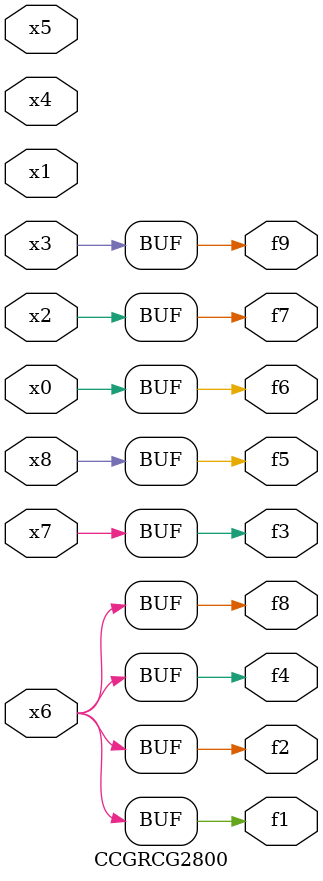
<source format=v>
module CCGRCG2800(
	input x0, x1, x2, x3, x4, x5, x6, x7, x8,
	output f1, f2, f3, f4, f5, f6, f7, f8, f9
);
	assign f1 = x6;
	assign f2 = x6;
	assign f3 = x7;
	assign f4 = x6;
	assign f5 = x8;
	assign f6 = x0;
	assign f7 = x2;
	assign f8 = x6;
	assign f9 = x3;
endmodule

</source>
